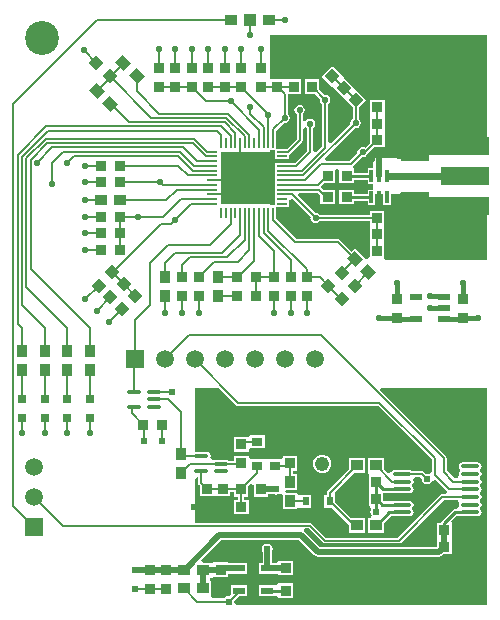
<source format=gtl>
G04 Layer_Physical_Order=1*
G04 Layer_Color=255*
%FSLAX25Y25*%
%MOIN*%
G70*
G01*
G75*
%ADD10R,0.03543X0.03740*%
%ADD11R,0.03740X0.03543*%
%ADD12R,0.03937X0.03740*%
%ADD13R,0.03583X0.03780*%
%ADD14R,0.03740X0.03937*%
%ADD15R,0.04331X0.02362*%
%ADD16O,0.05118X0.01378*%
%ADD17O,0.06299X0.01378*%
%ADD18R,0.03543X0.03150*%
%ADD19R,0.15984X0.05984*%
%ADD20R,0.00787X0.03543*%
%ADD21R,0.17323X0.17323*%
%ADD22R,0.03543X0.00787*%
G04:AMPARAMS|DCode=23|XSize=35.43mil|YSize=37.4mil|CornerRadius=0mil|HoleSize=0mil|Usage=FLASHONLY|Rotation=315.000|XOffset=0mil|YOffset=0mil|HoleType=Round|Shape=Rectangle|*
%AMROTATEDRECTD23*
4,1,4,-0.02575,-0.00070,0.00070,0.02575,0.02575,0.00070,-0.00070,-0.02575,-0.02575,-0.00070,0.0*
%
%ADD23ROTATEDRECTD23*%

G04:AMPARAMS|DCode=24|XSize=35.43mil|YSize=37.4mil|CornerRadius=0mil|HoleSize=0mil|Usage=FLASHONLY|Rotation=45.000|XOffset=0mil|YOffset=0mil|HoleType=Round|Shape=Rectangle|*
%AMROTATEDRECTD24*
4,1,4,0.00070,-0.02575,-0.02575,0.00070,-0.00070,0.02575,0.02575,-0.00070,0.00070,-0.02575,0.0*
%
%ADD24ROTATEDRECTD24*%

%ADD25R,0.01378X0.03937*%
%ADD26R,0.03150X0.03150*%
G04:AMPARAMS|DCode=27|XSize=37.4mil|YSize=39.37mil|CornerRadius=0mil|HoleSize=0mil|Usage=FLASHONLY|Rotation=225.000|XOffset=0mil|YOffset=0mil|HoleType=Round|Shape=Rectangle|*
%AMROTATEDRECTD27*
4,1,4,-0.00070,0.02714,0.02714,-0.00070,0.00070,-0.02714,-0.02714,0.00070,-0.00070,0.02714,0.0*
%
%ADD27ROTATEDRECTD27*%

%ADD28R,0.02362X0.02559*%
%ADD29R,0.02461X0.03150*%
%ADD30R,0.03937X0.03937*%
%ADD31C,0.00800*%
%ADD32C,0.01500*%
%ADD33C,0.01000*%
%ADD34C,0.02000*%
%ADD35C,0.01799*%
%ADD36C,0.00600*%
%ADD37C,0.02284*%
%ADD38R,0.02000X0.07000*%
%ADD39C,0.05905*%
%ADD40R,0.05905X0.05905*%
%ADD41R,0.05905X0.05905*%
%ADD42C,0.04803*%
%ADD43C,0.11300*%
%ADD44C,0.02200*%
%ADD45C,0.02400*%
%ADD46C,0.03800*%
%ADD47C,0.02362*%
%ADD48C,0.01575*%
G36*
X170000Y45000D02*
X86253D01*
X85589Y46000D01*
X85634Y46231D01*
X85585Y46481D01*
X87196Y48093D01*
X90092D01*
Y51655D01*
X84561D01*
Y48859D01*
X83799Y48066D01*
X83097Y47927D01*
X82502Y47529D01*
X82316Y47251D01*
X78144D01*
X77925Y48160D01*
X77925D01*
Y53100D01*
X77636D01*
X77556Y54100D01*
X77925Y54160D01*
X78836Y54310D01*
Y54310D01*
X83579D01*
Y55531D01*
X84561Y55573D01*
Y55573D01*
X90092D01*
Y59136D01*
X84561D01*
Y59136D01*
X83579Y59179D01*
Y59250D01*
X78864D01*
X78836Y59250D01*
X78836Y59250D01*
X77925Y59100D01*
Y59100D01*
X75142D01*
X74759Y60024D01*
X81386Y66651D01*
X107371D01*
X110607Y63415D01*
X110665Y63328D01*
X112318Y61675D01*
X112847Y61322D01*
X113472Y61197D01*
X113472Y61197D01*
X153836D01*
X154460Y61322D01*
X154989Y61675D01*
X155424Y62110D01*
X158236D01*
Y66853D01*
X158236D01*
Y67610D01*
X158236D01*
Y72353D01*
X158236D01*
X157937Y73076D01*
X159733Y74872D01*
X161267D01*
X161405Y74779D01*
X161908Y74679D01*
X166830D01*
X167332Y74779D01*
X167759Y75064D01*
X168044Y75490D01*
X168144Y75993D01*
X168044Y76496D01*
X167759Y76923D01*
Y77623D01*
X168044Y78049D01*
X168144Y78552D01*
X168044Y79055D01*
X167759Y79482D01*
Y80182D01*
X168044Y80608D01*
X168144Y81111D01*
X168044Y81614D01*
X167759Y82041D01*
Y82741D01*
X168044Y83167D01*
X168144Y83670D01*
X168044Y84173D01*
X167759Y84600D01*
X167759Y85300D01*
X168044Y85726D01*
X168144Y86229D01*
X168044Y86732D01*
X167759Y87159D01*
X167759Y87859D01*
X168044Y88286D01*
X168144Y88788D01*
X168044Y89292D01*
X167759Y89718D01*
Y90418D01*
X168044Y90845D01*
X168144Y91348D01*
X168044Y91851D01*
X167759Y92277D01*
X167332Y92562D01*
X166830Y92662D01*
X161908D01*
X161405Y92562D01*
X160979Y92277D01*
X160694Y91851D01*
X160594Y91348D01*
X160694Y90845D01*
X160979Y90418D01*
Y89718D01*
X160694Y89292D01*
X160594Y88788D01*
X160694Y88286D01*
X160719Y88249D01*
X160229Y87249D01*
X159193D01*
X156520Y89922D01*
Y94000D01*
X156442Y94390D01*
X156221Y94721D01*
X134366Y116576D01*
X134748Y117500D01*
X170000D01*
Y45000D01*
D02*
G37*
G36*
X160414Y80115D02*
X160787Y79194D01*
X160694Y79055D01*
X160594Y78552D01*
X160681Y78115D01*
X160679Y78025D01*
X160116Y77115D01*
X159269D01*
X158839Y77029D01*
X158476Y76786D01*
X158476Y76786D01*
X154865Y73175D01*
X154621Y72811D01*
X154536Y72382D01*
X153588Y72353D01*
X153296D01*
Y67610D01*
X153296D01*
Y66853D01*
X153296D01*
Y64596D01*
X153160Y64460D01*
X114147D01*
X113030Y65577D01*
X112972Y65664D01*
X109200Y69436D01*
X108981Y69582D01*
X109284Y70582D01*
X110620D01*
X115351Y65851D01*
X115649Y65652D01*
X116000Y65582D01*
X140500D01*
X140851Y65652D01*
X141149Y65851D01*
X155491Y80194D01*
X160344D01*
X160414Y80115D01*
D02*
G37*
G36*
X86279Y111779D02*
X86610Y111558D01*
X87000Y111480D01*
X133578D01*
X151480Y93578D01*
Y89507D01*
X151203Y89264D01*
X150480Y88868D01*
X150000Y88964D01*
X149672Y88899D01*
X149061Y89509D01*
X148730Y89731D01*
X148340Y89808D01*
X144986D01*
X144695Y90003D01*
X144192Y90103D01*
X139270D01*
X138768Y90003D01*
X138341Y89718D01*
X138094Y89348D01*
X138027Y89285D01*
X136987Y89041D01*
X135526Y90502D01*
Y94099D01*
X130389D01*
Y89277D01*
X130389Y89159D01*
X130389D01*
X130470Y88311D01*
X130470D01*
Y83568D01*
X130470D01*
X130470Y82811D01*
X130470D01*
Y78068D01*
X130914D01*
X131392Y77068D01*
X131245Y76849D01*
X131105Y76146D01*
X131245Y75444D01*
X131486Y75083D01*
X131196Y74278D01*
X131043Y74083D01*
X130358D01*
Y69143D01*
X135495D01*
Y72538D01*
X137829Y74872D01*
X138629D01*
X138768Y74779D01*
X139270Y74679D01*
X144192D01*
X144695Y74779D01*
X145121Y75064D01*
X145406Y75490D01*
X145506Y75993D01*
X145406Y76496D01*
X145121Y76923D01*
Y77623D01*
X145406Y78049D01*
X145506Y78552D01*
X145406Y79055D01*
X145121Y79482D01*
X144695Y79766D01*
X144192Y79866D01*
X139270D01*
X138768Y79766D01*
X138629Y79674D01*
X135522D01*
X135411Y79786D01*
Y82549D01*
X138629D01*
X138768Y82456D01*
X139270Y82356D01*
X144192D01*
X144695Y82456D01*
X145121Y82741D01*
X145406Y83167D01*
X145506Y83670D01*
X145406Y84173D01*
X145121Y84600D01*
Y85300D01*
X145406Y85726D01*
X145506Y86229D01*
X145406Y86732D01*
X145381Y86769D01*
X145871Y87769D01*
X147327D01*
X148165Y87129D01*
X148304Y86426D01*
X148702Y85831D01*
X149298Y85433D01*
X150000Y85294D01*
X150702Y85433D01*
X151298Y85831D01*
X151696Y86426D01*
X151699Y86445D01*
X152784Y86774D01*
X156529Y83029D01*
X156491Y82694D01*
X156186Y82029D01*
X155111D01*
X154760Y81959D01*
X154463Y81760D01*
X140120Y67418D01*
X116380D01*
X111649Y72149D01*
X111351Y72348D01*
X111000Y72418D01*
X72500D01*
Y87215D01*
X73500Y87999D01*
X73675Y87956D01*
Y85906D01*
X73752Y85515D01*
X73973Y85185D01*
X74179Y84979D01*
Y81355D01*
X78922D01*
Y81355D01*
X79679Y81355D01*
Y81355D01*
X84422D01*
Y82860D01*
X85505D01*
Y81150D01*
X87054D01*
Y80060D01*
X85603D01*
Y75317D01*
X90543D01*
Y80060D01*
X89093D01*
Y81150D01*
X90288D01*
Y84589D01*
X91158Y85460D01*
X92158Y85046D01*
Y81150D01*
X96941D01*
Y82008D01*
X98950D01*
X99046Y81944D01*
X99748Y81804D01*
X100451Y81944D01*
X100988Y82149D01*
X101579Y81948D01*
X101836Y81758D01*
X101836Y81479D01*
Y77159D01*
X106776D01*
Y77330D01*
X107684Y77553D01*
Y77553D01*
X111344D01*
Y81902D01*
X107684D01*
Y81902D01*
X106776Y82125D01*
Y82296D01*
X102841D01*
X102481Y82912D01*
X102956Y83458D01*
X106776D01*
Y88595D01*
X105428D01*
Y89825D01*
X106677D01*
Y94765D01*
X101934D01*
Y94418D01*
X101532Y93584D01*
X96823D01*
X96788Y93584D01*
X95823D01*
X95788Y93584D01*
X91080D01*
X90484Y94338D01*
Y94765D01*
X85741D01*
Y93217D01*
X84051D01*
X83760Y93412D01*
X83257Y93512D01*
X79517D01*
X79014Y93412D01*
X78487Y93558D01*
X77778Y94254D01*
X77878Y94757D01*
X77778Y95260D01*
X77494Y95686D01*
X77067Y95971D01*
X76564Y96071D01*
X72824D01*
X72500Y96337D01*
Y117500D01*
X80558D01*
X86279Y111779D01*
D02*
G37*
G36*
X111158Y174400D02*
X111110Y174157D01*
X111242Y173494D01*
X111618Y172931D01*
X112180Y172555D01*
X112843Y172424D01*
X113506Y172555D01*
X114069Y172931D01*
X114206Y173137D01*
X130811D01*
Y171785D01*
X130811D01*
Y171028D01*
X130811D01*
Y166285D01*
X130811D01*
Y165529D01*
X130811D01*
Y161103D01*
X129971Y160400D01*
X129435Y160432D01*
X125926Y163940D01*
X124883Y162897D01*
X121058Y166721D01*
X120728Y166942D01*
X120337Y167020D01*
X106509D01*
X99681Y173847D01*
Y175886D01*
X99655Y176016D01*
Y177428D01*
X99655Y177845D01*
X100072Y177845D01*
X103986D01*
Y180158D01*
X104986Y180572D01*
X111158Y174400D01*
D02*
G37*
G36*
X170000Y194992D02*
X150508D01*
Y193230D01*
X141248D01*
Y194012D01*
X131870D01*
Y190612D01*
X130152D01*
Y189122D01*
X125620D01*
Y190372D01*
X125620D01*
X125329Y191251D01*
X125314Y191372D01*
X128257Y194315D01*
X128500Y194267D01*
X129163Y194399D01*
X129726Y194774D01*
X130056Y195269D01*
X130071Y195279D01*
X132421Y197628D01*
X135820D01*
Y202372D01*
X135820D01*
Y203128D01*
X135820D01*
Y207872D01*
X135820D01*
Y208628D01*
X135820D01*
Y213372D01*
X130880D01*
Y208628D01*
X130880D01*
Y207872D01*
X130880D01*
Y203128D01*
X130880D01*
Y202372D01*
X130880D01*
Y198972D01*
X129371Y197463D01*
X129163Y197601D01*
X128500Y197733D01*
X127837Y197601D01*
X127274Y197226D01*
X126899Y196663D01*
X126767Y196000D01*
X126815Y195757D01*
X124078Y193020D01*
X116242D01*
X115859Y193944D01*
X125916Y204000D01*
X126159Y203952D01*
X126822Y204083D01*
X127384Y204459D01*
X127760Y205022D01*
X127892Y205685D01*
X127760Y206348D01*
X127384Y206910D01*
X127178Y207048D01*
Y211146D01*
X129582Y213550D01*
X126228Y216904D01*
X126228D01*
X125693Y217439D01*
X122339Y220793D01*
X121804Y221328D01*
X118450Y224682D01*
X114957Y221189D01*
X118311Y217835D01*
X118846Y217300D01*
X122200Y213946D01*
X122200D01*
X122735Y213411D01*
X125139Y211007D01*
Y207048D01*
X124933Y206910D01*
X124557Y206348D01*
X124425Y205685D01*
X124474Y205442D01*
X117944Y198912D01*
X117020Y199294D01*
Y212137D01*
X117226Y212274D01*
X117601Y212837D01*
X117733Y213500D01*
X117601Y214163D01*
X117226Y214726D01*
X116663Y215101D01*
X116000Y215233D01*
X115757Y215185D01*
X113872Y217070D01*
Y220321D01*
X109128D01*
Y215380D01*
X112678D01*
X114315Y213743D01*
X114267Y213500D01*
X114399Y212837D01*
X114774Y212274D01*
X114980Y212137D01*
Y197929D01*
X112997Y195945D01*
X112020Y196382D01*
Y204137D01*
X112226Y204274D01*
X112601Y204837D01*
X112733Y205500D01*
X112601Y206163D01*
X112226Y206726D01*
X111663Y207101D01*
X111000Y207233D01*
X110337Y207101D01*
X109774Y206726D01*
X109520Y206344D01*
X108639Y206464D01*
X108520Y206511D01*
Y208637D01*
X108726Y208774D01*
X109101Y209337D01*
X109233Y210000D01*
X109101Y210663D01*
X108726Y211226D01*
X108163Y211601D01*
X107500Y211733D01*
X106837Y211601D01*
X106274Y211226D01*
X105899Y210663D01*
X105767Y210000D01*
X105899Y209337D01*
X106274Y208774D01*
X106480Y208637D01*
Y200422D01*
X103239Y197181D01*
X101614D01*
X101484Y197155D01*
X100072D01*
X99655Y197155D01*
X99655Y197572D01*
Y199870D01*
X99681Y200000D01*
Y203239D01*
X102257Y205815D01*
X102500Y205767D01*
X103163Y205899D01*
X103726Y206274D01*
X104101Y206837D01*
X104233Y207500D01*
X104101Y208163D01*
X103726Y208726D01*
X103520Y208863D01*
Y215350D01*
X103544Y215380D01*
X107872D01*
Y220321D01*
X103128D01*
Y220321D01*
X102372Y220321D01*
Y220321D01*
X97628D01*
X97500Y221267D01*
Y235000D01*
X170000D01*
Y194992D01*
D02*
G37*
G36*
X109980Y203855D02*
Y196422D01*
X106015Y192457D01*
X101614D01*
X101484Y192431D01*
X99243D01*
Y188868D01*
Y184144D01*
Y179420D01*
X99243Y178258D01*
X98826Y178258D01*
X97500D01*
Y196742D01*
X98826D01*
X99243Y196742D01*
X99243Y196326D01*
Y193593D01*
X103986D01*
Y195206D01*
X104052Y195219D01*
X104382Y195440D01*
X108221Y199279D01*
X108442Y199610D01*
X108520Y200000D01*
Y203854D01*
X109520Y204287D01*
X109980Y203855D01*
D02*
G37*
G36*
X120679Y190062D02*
Y185628D01*
X125620D01*
Y186878D01*
X130152D01*
Y185475D01*
X131870D01*
Y183525D01*
X130152D01*
Y182078D01*
X125620D01*
Y183328D01*
X120679D01*
Y178585D01*
X125620D01*
Y179835D01*
X130152D01*
Y178388D01*
X132730D01*
Y182075D01*
X135270D01*
Y178388D01*
X137848D01*
Y182075D01*
X141248D01*
Y182857D01*
X150508D01*
Y181008D01*
X170000D01*
Y160000D01*
X136270D01*
X135751Y160785D01*
Y165529D01*
X135751D01*
Y166285D01*
X135751D01*
Y171028D01*
X135751D01*
Y171785D01*
X135751D01*
Y176529D01*
X130811D01*
Y175176D01*
X114206D01*
X114069Y175382D01*
X113506Y175758D01*
X112843Y175890D01*
X112600Y175842D01*
X106822Y181620D01*
X107205Y182543D01*
X113428D01*
X114380Y181591D01*
Y178585D01*
X119320D01*
Y183328D01*
X115527D01*
X114571Y184284D01*
X114536Y184638D01*
X115527Y185628D01*
X119320D01*
Y190062D01*
X120000Y190486D01*
X120679Y190062D01*
D02*
G37*
%LPC*%
G36*
X105354Y52246D02*
X100414D01*
Y51962D01*
X99541Y51655D01*
Y51655D01*
X94010D01*
Y48093D01*
X99541D01*
Y48093D01*
X100414Y47787D01*
Y47503D01*
X105354D01*
Y52246D01*
D02*
G37*
G36*
X96748Y65464D02*
X96046Y65324D01*
X95451Y64926D01*
X95053Y64331D01*
X94913Y63629D01*
X95053Y62926D01*
X95144Y62790D01*
Y59136D01*
X94010D01*
Y55573D01*
X99541D01*
X99541Y55573D01*
Y55573D01*
X99541Y55573D01*
X100431Y55309D01*
Y54983D01*
X105372D01*
Y59726D01*
X100431D01*
Y59400D01*
X99541Y59136D01*
X99541Y59136D01*
Y59136D01*
X99541Y59136D01*
X98407D01*
Y62871D01*
X98444Y62926D01*
X98584Y63629D01*
X98444Y64331D01*
X98046Y64926D01*
X97451Y65324D01*
X96748Y65464D01*
D02*
G37*
G36*
X91080Y101655D02*
X90484Y101065D01*
X85741D01*
Y96124D01*
X90484D01*
Y96552D01*
X91080Y97306D01*
X95823D01*
Y101655D01*
X91080D01*
Y101655D01*
D02*
G37*
G36*
X115000Y95156D02*
X114216Y95053D01*
X113486Y94751D01*
X112859Y94270D01*
X112378Y93642D01*
X112076Y92912D01*
X111972Y92129D01*
X112076Y91345D01*
X112378Y90615D01*
X112859Y89988D01*
X113486Y89507D01*
X114216Y89204D01*
X115000Y89101D01*
X115784Y89204D01*
X116514Y89507D01*
X117141Y89988D01*
X117622Y90615D01*
X117924Y91345D01*
X118027Y92129D01*
X117924Y92912D01*
X117622Y93642D01*
X117141Y94270D01*
X116514Y94751D01*
X115784Y95053D01*
X115000Y95156D01*
D02*
G37*
G36*
X129226Y94099D02*
X124089D01*
Y90502D01*
X116779Y83192D01*
X116558Y82861D01*
X116480Y82471D01*
Y81902D01*
X115656D01*
Y77553D01*
X118120D01*
X124059Y71614D01*
Y69143D01*
X129196D01*
Y74083D01*
X124474D01*
X119316Y79240D01*
Y81902D01*
X119316D01*
X119357Y82886D01*
X125630Y89159D01*
X129226D01*
Y94099D01*
D02*
G37*
%LPD*%
D10*
X57471Y56764D02*
D03*
Y50465D02*
D03*
X63051Y56764D02*
D03*
X63051Y50465D02*
D03*
X81207Y56780D02*
D03*
X81207Y50481D02*
D03*
X76551Y83825D02*
D03*
Y77526D02*
D03*
X82051Y83825D02*
D03*
Y77526D02*
D03*
X88113Y92295D02*
D03*
Y98594D02*
D03*
X104306Y92295D02*
D03*
Y98594D02*
D03*
X111500Y224150D02*
D03*
Y217850D02*
D03*
X94500Y224150D02*
D03*
Y217850D02*
D03*
X100000Y224150D02*
D03*
Y217850D02*
D03*
X105500Y224150D02*
D03*
X105500Y217850D02*
D03*
X109989Y148062D02*
D03*
X109989Y154361D02*
D03*
X98989Y148062D02*
D03*
X98989Y154361D02*
D03*
X77000Y224150D02*
D03*
X77000Y217850D02*
D03*
X82500Y224150D02*
D03*
Y217850D02*
D03*
X88000Y224150D02*
D03*
Y217850D02*
D03*
X60500Y224150D02*
D03*
Y217850D02*
D03*
X66000Y224150D02*
D03*
X66000Y217850D02*
D03*
X71500Y224150D02*
D03*
Y217850D02*
D03*
X104489Y148062D02*
D03*
X104489Y154361D02*
D03*
X73848Y148091D02*
D03*
Y154390D02*
D03*
X68348Y148091D02*
D03*
Y154390D02*
D03*
X140000Y147150D02*
D03*
Y140850D02*
D03*
X162000Y147150D02*
D03*
Y140850D02*
D03*
D11*
X102901Y57355D02*
D03*
X109201D02*
D03*
X88073Y77688D02*
D03*
X94372Y77688D02*
D03*
X102884Y49874D02*
D03*
X109183D02*
D03*
X55430Y105199D02*
D03*
X61729Y105199D02*
D03*
X155766Y64482D02*
D03*
X162065D02*
D03*
X155766Y69982D02*
D03*
X162065D02*
D03*
X132940Y85940D02*
D03*
X126641Y85940D02*
D03*
X132940Y80440D02*
D03*
X126641D02*
D03*
X123150Y188000D02*
D03*
X116850D02*
D03*
X139650Y211000D02*
D03*
X133350D02*
D03*
X139650Y205500D02*
D03*
X133350D02*
D03*
X139650Y200000D02*
D03*
X133350D02*
D03*
X139580Y174157D02*
D03*
X133281Y174157D02*
D03*
X139580Y168657D02*
D03*
X133281D02*
D03*
X139580Y163157D02*
D03*
X133281Y163157D02*
D03*
X123150Y180957D02*
D03*
X116850D02*
D03*
X86581Y148091D02*
D03*
X92880D02*
D03*
X92880Y154240D02*
D03*
X86581D02*
D03*
X41350Y163437D02*
D03*
X47650D02*
D03*
X41350Y168937D02*
D03*
X47650D02*
D03*
X41350Y174437D02*
D03*
X47650D02*
D03*
X41350Y191437D02*
D03*
X47650D02*
D03*
X41350Y185937D02*
D03*
X47650D02*
D03*
D12*
X75357Y56630D02*
D03*
X69058D02*
D03*
X75357Y50630D02*
D03*
X69058D02*
D03*
X126628Y71613D02*
D03*
X132927Y71613D02*
D03*
X126658Y91629D02*
D03*
X132957D02*
D03*
X41350Y180120D02*
D03*
X47650D02*
D03*
X84701Y240000D02*
D03*
X97299Y240000D02*
D03*
D13*
X94550Y83640D02*
D03*
X87896Y83640D02*
D03*
D14*
X67874Y95347D02*
D03*
Y89048D02*
D03*
X104306Y86027D02*
D03*
X104306Y79728D02*
D03*
X62497Y154390D02*
D03*
Y148091D02*
D03*
X80348Y154390D02*
D03*
Y148091D02*
D03*
X15000Y123350D02*
D03*
Y129650D02*
D03*
X22500Y123350D02*
D03*
Y129650D02*
D03*
X30000Y123350D02*
D03*
Y129650D02*
D03*
X37500Y123350D02*
D03*
Y129650D02*
D03*
D15*
X96776Y57355D02*
D03*
Y49874D02*
D03*
X87327D02*
D03*
X87327Y53614D02*
D03*
X87327Y57355D02*
D03*
X155724Y140260D02*
D03*
X155724Y144000D02*
D03*
X155724Y147740D02*
D03*
X146276Y147740D02*
D03*
Y140260D02*
D03*
D16*
X81387Y89639D02*
D03*
Y92198D02*
D03*
Y94757D02*
D03*
X74694Y89639D02*
D03*
X74694Y94757D02*
D03*
X58926Y111070D02*
D03*
Y113629D02*
D03*
Y116188D02*
D03*
X52233Y111070D02*
D03*
X52233Y116188D02*
D03*
D17*
X141731Y91348D02*
D03*
X141731Y88788D02*
D03*
Y86229D02*
D03*
Y83670D02*
D03*
X141731Y81111D02*
D03*
Y78552D02*
D03*
Y75993D02*
D03*
X164369Y91348D02*
D03*
Y88788D02*
D03*
X164369Y86229D02*
D03*
X164369Y83670D02*
D03*
Y81111D02*
D03*
Y78552D02*
D03*
Y75993D02*
D03*
D18*
X99160Y91409D02*
D03*
Y99480D02*
D03*
X93451D02*
D03*
Y91409D02*
D03*
D19*
X162500Y198000D02*
D03*
Y178000D02*
D03*
Y188000D02*
D03*
D20*
X81339Y175886D02*
D03*
X84488D02*
D03*
X87638D02*
D03*
X90787D02*
D03*
X93937D02*
D03*
X97087D02*
D03*
X98661D02*
D03*
X95512D02*
D03*
X92362D02*
D03*
X89213D02*
D03*
X86063D02*
D03*
X82913D02*
D03*
X97087Y199114D02*
D03*
X93937D02*
D03*
X90787D02*
D03*
X87638D02*
D03*
X84488D02*
D03*
X81339D02*
D03*
X82913D02*
D03*
X86063D02*
D03*
X89213D02*
D03*
X92362D02*
D03*
X95512D02*
D03*
X98661D02*
D03*
D21*
X90000Y187500D02*
D03*
D22*
X101614Y180413D02*
D03*
Y183563D02*
D03*
Y186713D02*
D03*
Y189862D02*
D03*
Y193012D02*
D03*
Y196161D02*
D03*
Y194587D02*
D03*
Y191437D02*
D03*
Y188287D02*
D03*
Y185138D02*
D03*
Y181988D02*
D03*
Y178839D02*
D03*
X78386Y194587D02*
D03*
Y191437D02*
D03*
Y188287D02*
D03*
Y185138D02*
D03*
Y181988D02*
D03*
Y178839D02*
D03*
Y180413D02*
D03*
Y183563D02*
D03*
Y186713D02*
D03*
Y189862D02*
D03*
Y193012D02*
D03*
Y196161D02*
D03*
D23*
X122835Y225713D02*
D03*
X118380Y221259D02*
D03*
X126724Y221824D02*
D03*
X122269Y217370D02*
D03*
X130613Y217935D02*
D03*
X126159Y213480D02*
D03*
X121506Y155887D02*
D03*
X117051Y151433D02*
D03*
X125960D02*
D03*
X121506Y146979D02*
D03*
X44949Y155942D02*
D03*
X40495Y151488D02*
D03*
X48838Y152053D02*
D03*
X44384Y147599D02*
D03*
X52727Y148164D02*
D03*
X48273Y143710D02*
D03*
D24*
X39773Y225727D02*
D03*
X44227Y221273D02*
D03*
D25*
X136559Y180957D02*
D03*
X134000D02*
D03*
X131441D02*
D03*
Y188043D02*
D03*
X134000D02*
D03*
X136559D02*
D03*
D26*
X15000Y107350D02*
D03*
Y113650D02*
D03*
X22500Y107350D02*
D03*
Y113650D02*
D03*
X30000Y107350D02*
D03*
Y113650D02*
D03*
X37500Y107350D02*
D03*
Y113650D02*
D03*
D27*
X39884Y216545D02*
D03*
X44338Y212091D02*
D03*
X48773Y225727D02*
D03*
X53227Y221273D02*
D03*
X125996Y160378D02*
D03*
X130450Y155923D02*
D03*
D28*
X113500Y82188D02*
D03*
Y77267D02*
D03*
D29*
X117486Y79728D02*
D03*
X109514D02*
D03*
D30*
X91000Y240000D02*
D03*
D31*
X76438Y212913D02*
X84488D01*
X71500Y217850D02*
X76438Y212913D01*
X130613Y217935D02*
X135000Y222322D01*
X126824Y221824D02*
X131000Y226000D01*
X126724Y221824D02*
X126824D01*
X122835Y225713D02*
X127000Y229878D01*
X139650Y200000D02*
X145500D01*
X139650Y205500D02*
X145500D01*
X139650Y211000D02*
X145500D01*
X145500Y163157D02*
X145500Y163157D01*
X139580Y163157D02*
X145500D01*
X139580Y168657D02*
X145500D01*
X139580Y174157D02*
X145500D01*
X109989Y142390D02*
X110000Y142400D01*
X104489Y142390D02*
X104500Y142400D01*
X98989Y142390D02*
X98989Y142390D01*
Y148062D01*
X62497Y154390D02*
Y158997D01*
Y154361D02*
Y154390D01*
Y158997D02*
X65900Y162400D01*
X81657D01*
X112843Y174157D02*
X133281D01*
Y168657D02*
Y173602D01*
Y163157D02*
Y168657D01*
X130450Y155923D02*
Y156000D01*
X125960Y151433D02*
X130450Y155923D01*
X121428Y147056D02*
X121500D01*
X117051Y151433D02*
X121428Y147056D01*
X114127Y154361D02*
X117000Y151488D01*
X109989Y154361D02*
X114127D01*
X125960Y160378D02*
X125996D01*
X125935D02*
X125960D01*
X121500Y155942D02*
X125935Y160378D01*
X120337Y166000D02*
X125960Y160378D01*
X106087Y166000D02*
X120337D01*
X98661Y173425D02*
X106087Y166000D01*
X98661Y173425D02*
Y175886D01*
X109989Y154361D02*
Y156948D01*
X97087Y169850D02*
X109989Y156948D01*
X97087Y169850D02*
Y175886D01*
X98989Y154361D02*
Y163011D01*
X93937Y175886D02*
Y176000D01*
X92880Y148091D02*
Y153980D01*
X79107Y159500D02*
X87000D01*
X90787Y163287D01*
X68348Y155000D02*
Y158267D01*
X71080Y161000D01*
X83348D01*
X89213Y166865D01*
X57500Y159000D02*
X63500Y165000D01*
X77500D01*
X44081Y139500D02*
Y139518D01*
X48273Y143710D01*
X39920Y143000D02*
Y143135D01*
X44384Y147599D01*
X36063Y147000D02*
Y147056D01*
X40495Y151488D01*
X36000Y163500D02*
X36063Y163437D01*
X41350D01*
X36000Y168937D02*
X41350D01*
X36000Y174437D02*
X41350D01*
X36000Y180120D02*
X41350D01*
X36000Y185937D02*
X41350D01*
X36000Y191437D02*
X41350D01*
X66000Y173500D02*
X71339Y178839D01*
X64500Y172000D02*
X66000Y173500D01*
X71339Y178839D02*
X77500D01*
X61269Y172000D02*
X64500D01*
X45476Y155442D02*
X45711D01*
X45449D02*
X45476D01*
X45211Y155942D02*
X61269Y172000D01*
X48919Y152000D02*
X49273D01*
X52727Y148000D02*
Y148164D01*
X48838Y152053D02*
X52727Y148164D01*
X53500Y174437D02*
Y174500D01*
X67913Y180413D02*
X78000D01*
X61937Y174437D02*
X67913Y180413D01*
X47500Y174157D02*
X47650Y174007D01*
Y168937D02*
Y174007D01*
Y163437D02*
Y168787D01*
X61063Y185937D02*
X61862Y185138D01*
X61000Y186000D02*
X61063Y185937D01*
X61862Y185138D02*
X78386D01*
X66563Y183563D02*
X78386D01*
X63120Y180120D02*
X66563Y183563D01*
X47773Y180120D02*
X63120D01*
X67025Y191500D02*
X70238Y188287D01*
X126159Y213480D02*
X126159D01*
Y205685D02*
Y213480D01*
X122269Y217370D02*
X126159Y213480D01*
X118380Y221259D02*
X122139Y217500D01*
X111500Y224150D02*
Y230500D01*
X105500Y224150D02*
Y230500D01*
X100000Y224150D02*
Y230500D01*
X94500Y224150D02*
Y230500D01*
X88000Y224150D02*
Y230500D01*
X82500Y224150D02*
Y230500D01*
X77000Y230500D02*
X77000Y230500D01*
Y224150D02*
Y230500D01*
X71500Y224150D02*
Y230500D01*
X66000Y230500D02*
X66000Y230500D01*
Y224150D02*
Y230500D01*
X60500Y224150D02*
Y230500D01*
X67087Y194781D02*
X72006Y189862D01*
X67667Y196181D02*
X72409Y191439D01*
X35500Y230000D02*
X39773Y225727D01*
X22500Y102500D02*
Y107350D01*
X30000Y102500D02*
Y107350D01*
X37500Y102500D02*
Y107350D01*
X30000Y113500D02*
X30000Y113500D01*
X15000Y114000D02*
X15000Y114000D01*
X105500Y217850D02*
X105500Y217850D01*
X100000Y217850D02*
X105500D01*
X99350D02*
X99500Y218000D01*
X94500Y217850D02*
X99350D01*
X95512Y199114D02*
Y204371D01*
X97000Y208500D02*
Y208677D01*
X97087Y208764D01*
X88000Y217850D02*
X97087Y208764D01*
X82500Y217850D02*
X87650D01*
X77000D02*
X82500D01*
X60500D02*
X66000D01*
X60000D02*
X60500D01*
X66000D02*
X70100D01*
X44838Y211662D02*
X50519Y205981D01*
X78386Y186713D02*
X83988D01*
Y181988D02*
X84000Y182000D01*
X78386Y181988D02*
X83988D01*
X87500Y193500D02*
X87638Y193638D01*
Y199114D01*
X53227Y216273D02*
Y221000D01*
X44227Y221273D02*
X44546D01*
X44227Y220888D02*
Y221000D01*
X39884Y216545D02*
X44227Y220888D01*
X62497Y142390D02*
Y148091D01*
X113594Y185138D02*
X116500Y188043D01*
X68348Y142390D02*
Y148091D01*
X73848Y142390D02*
Y148091D01*
X86848D02*
X86997Y148240D01*
X80348Y148091D02*
X86581D01*
X86848D01*
X101500Y185138D02*
X101614D01*
X133350Y205500D02*
Y211000D01*
Y200000D02*
Y205500D01*
X96012Y193012D02*
X101614D01*
X96000Y193000D02*
X96012Y193012D01*
X101614Y196161D02*
X103661D01*
X109213Y186713D02*
X114500Y192000D01*
X129350Y196000D02*
X133350Y200000D01*
X128500Y196000D02*
X129350D01*
X114500Y192000D02*
X124500D01*
X128500Y196000D01*
X93937Y199114D02*
Y203464D01*
X61500Y99629D02*
Y104971D01*
X74694Y85906D02*
X76000Y84600D01*
X74694Y85906D02*
Y89639D01*
X51550Y110928D02*
X51613Y110865D01*
Y109016D02*
Y110865D01*
Y109016D02*
X55430Y105199D01*
X106278Y52780D02*
Y53498D01*
Y52780D02*
X109183Y49874D01*
X109000Y62194D02*
X109201Y61994D01*
Y57355D02*
Y61994D01*
X58926Y116188D02*
X65059D01*
X84341Y53614D02*
X87219D01*
X81207Y50481D02*
X84341Y53614D01*
X92120Y53629D02*
X92134Y53614D01*
X69058Y50630D02*
X73457Y46231D01*
X57471Y50465D02*
X62835D01*
X52731D02*
X57471D01*
X162065Y64547D02*
Y69982D01*
Y64482D02*
X167500D01*
X82510Y77526D02*
X82564Y77580D01*
X76551Y83825D02*
X81912D01*
X81966Y83879D01*
X87207D02*
X87261Y83825D01*
X55579Y99629D02*
Y105043D01*
X61500Y104971D02*
X61729Y105199D01*
X67874Y89048D02*
X70955Y92129D01*
X81520Y92198D02*
X87569D01*
X89007Y99480D02*
X93451D01*
X99197D02*
X103307D01*
X104306Y92295D02*
X104408Y92193D01*
X99160Y91409D02*
X103615D01*
X104408Y86042D02*
Y92193D01*
X104306Y79728D02*
X108700D01*
X87896Y83640D02*
X93316Y89060D01*
Y91348D01*
X88073Y77688D02*
Y83387D01*
X99748Y77688D02*
X99748Y77688D01*
X126641Y76163D02*
Y80440D01*
Y76163D02*
X126658Y76146D01*
X126641Y80440D02*
Y85391D01*
X141731Y81111D02*
X150000D01*
X83799Y46231D02*
X83892D01*
X73457D02*
X83799D01*
X141731Y91348D02*
X149976D01*
X150000Y91371D01*
X141731Y88788D02*
X148340D01*
X150000Y87129D01*
X132957Y91629D02*
X138356Y86229D01*
X141731D01*
X141788D01*
X125502Y71613D02*
X126628D01*
X117500Y82471D02*
X126658Y91629D01*
X117500Y79615D02*
X125502Y71613D01*
X68101Y94757D02*
X74694D01*
X67874Y95347D02*
Y109279D01*
X63496Y113658D02*
X67874Y109279D01*
X59000Y113658D02*
X63496D01*
X94568Y77688D02*
X99748D01*
X72619Y77526D02*
X76551D01*
X72272Y77873D02*
X72619Y77526D01*
X81387Y94757D02*
Y99416D01*
X81451Y99480D01*
X52500Y127000D02*
Y140000D01*
X57500Y145000D01*
Y159000D01*
X52233Y116188D02*
Y126733D01*
X52500Y127000D01*
X20000Y192500D02*
X25081Y197581D01*
X68580D01*
X28681Y196181D02*
X67667D01*
X30000Y192500D02*
X32281Y194781D01*
X67087D01*
X25000Y192500D02*
X28681Y196181D01*
X25000Y185500D02*
Y192500D01*
X15000Y107350D02*
Y107500D01*
X37500Y114150D02*
X37500Y123350D01*
Y123701D01*
X15000Y102500D02*
Y107350D01*
X76214Y194587D02*
X78386D01*
X23030Y204581D02*
X81193D01*
X53227Y216273D02*
X60719Y208781D01*
X83677D01*
X44227Y221273D02*
X58119Y207381D01*
X83097D01*
X50519Y205981D02*
X82517D01*
X76619Y196161D02*
X78386D01*
X70238Y188287D02*
X78386D01*
X72006Y189862D02*
X78386D01*
X72409Y191439D02*
X73150D01*
X73151Y191437D01*
X78386D01*
X68580Y197581D02*
X73150Y193012D01*
X78386D01*
X81339Y199114D02*
Y201661D01*
X79819Y203181D02*
X81339Y201661D01*
X23610Y203181D02*
X79819D01*
X17800Y157200D02*
Y193411D01*
Y157200D02*
X37500Y137500D01*
Y129650D02*
Y137500D01*
X71801Y199000D02*
X76214Y194587D01*
X17800Y193411D02*
X23389Y199000D01*
X71801D01*
X22909Y200500D02*
X72281D01*
X16400Y193991D02*
X22909Y200500D01*
X72281D02*
X76619Y196161D01*
X15000Y194571D02*
X23610Y203181D01*
X16400Y151100D02*
Y193991D01*
Y151100D02*
X30000Y137500D01*
Y129650D02*
Y137500D01*
X15000Y145000D02*
Y194571D01*
Y145000D02*
X22500Y137500D01*
Y129650D02*
Y137500D01*
X13600Y195151D02*
X23030Y204581D01*
X13600Y138900D02*
Y195151D01*
Y138900D02*
X15000Y137500D01*
Y129650D02*
Y137500D01*
X116000Y197506D02*
Y213500D01*
X108761Y188287D02*
X126159Y205685D01*
X108356Y189862D02*
X116000Y197506D01*
X93937Y168063D02*
X98989Y163011D01*
X77500Y165000D02*
X84488Y171988D01*
Y175886D01*
X81657Y162400D02*
X87638Y168381D01*
X84488Y212913D02*
X93937Y203464D01*
X97299Y240000D02*
X102500D01*
X102500Y240000D01*
X91000Y235000D02*
Y240000D01*
X91000Y240000D02*
X91000Y240000D01*
X40000Y240000D02*
X84701D01*
X91000Y208883D02*
X95512Y204371D01*
X91000Y208883D02*
Y211000D01*
X107500Y200000D02*
Y210000D01*
X103661Y196161D02*
X107500Y200000D01*
X111000Y196000D02*
Y205500D01*
X81193Y204581D02*
X84488Y201286D01*
Y199114D02*
Y201286D01*
X82517Y205981D02*
X86063Y202435D01*
Y199114D02*
Y202435D01*
X83677Y208781D02*
X90787Y201671D01*
Y199114D02*
Y201671D01*
X83097Y207381D02*
X89213Y201266D01*
Y200000D02*
Y201266D01*
X101614Y181988D02*
X105012D01*
X112843Y174157D01*
X102000Y183563D02*
X113850D01*
X101614Y185138D02*
X113594D01*
X101614Y186713D02*
X109213D01*
X101614Y191437D02*
X106437D01*
X111000Y196000D01*
X101614Y189862D02*
X108356D01*
X101614Y188287D02*
X108761D01*
X87638Y168381D02*
Y175886D01*
X89213Y166865D02*
Y175886D01*
X95512Y169075D02*
Y175886D01*
Y169075D02*
X104500Y160087D01*
X93937Y168063D02*
Y175886D01*
X92362Y159781D02*
Y175886D01*
X90787Y163287D02*
Y175886D01*
X100000Y217850D02*
X102500Y215350D01*
Y207500D02*
Y215350D01*
X98661Y200000D02*
Y203661D01*
X102500Y207500D01*
X106147Y98482D02*
X110000Y94629D01*
X155500Y89500D02*
X158771Y86229D01*
X164369D01*
X62500Y127000D02*
X70500Y135000D01*
X114500D01*
X72500Y127000D02*
X87000Y112500D01*
X114500Y135000D02*
X155500Y94000D01*
Y89500D02*
Y94000D01*
X87000Y112500D02*
X134000D01*
X152500Y94000D01*
Y88500D02*
Y94000D01*
Y88500D02*
X157330Y83670D01*
X164369D01*
X12000Y212000D02*
X40000Y240000D01*
X12000Y78000D02*
Y212000D01*
Y78000D02*
X19000Y71000D01*
X73848Y154240D02*
X79107Y159500D01*
X81451Y92129D02*
X81520Y92198D01*
X70955Y92129D02*
X81451D01*
X117500Y79615D02*
Y82471D01*
X86581Y154000D02*
X92362Y159781D01*
X80260Y154240D02*
X86581D01*
X80000Y154500D02*
X80260Y154240D01*
X113850Y183563D02*
X117000Y180413D01*
X22500Y114000D02*
Y123701D01*
X22000Y113500D02*
X22500Y114000D01*
X44546Y221273D02*
X49000Y225727D01*
X104500Y154240D02*
Y160087D01*
X37500Y114150D02*
X38000Y113650D01*
X83892Y46231D02*
X87536Y49874D01*
X111500Y218000D02*
X116000Y213500D01*
X47650Y186000D02*
X61000D01*
X15000Y114000D02*
Y123701D01*
X110000Y142400D02*
Y148500D01*
X104500Y142400D02*
Y148500D01*
X104306Y98482D02*
X106147D01*
X103307Y99480D02*
X104306Y98482D01*
X87327Y53614D02*
X92134D01*
X81387Y99416D02*
Y99516D01*
X77194Y77526D02*
X82510D01*
X76872Y77848D02*
X77194Y77526D01*
X92880Y154240D02*
X99000D01*
X92500Y154361D02*
X92880Y153980D01*
X30000Y113500D02*
Y123701D01*
X62835Y50465D02*
X63000Y50630D01*
X97087Y199289D02*
Y208764D01*
X45476Y155442D02*
X48919Y152000D01*
X47650Y191500D02*
X67025D01*
X93451Y91371D02*
X93489Y91409D01*
X81966Y83879D02*
X87207D01*
X44838Y211662D02*
Y212500D01*
X132923Y91629D02*
X132940Y91612D01*
X132742Y91629D02*
X132850Y91521D01*
X55426Y105196D02*
X55579Y105043D01*
X47500Y168937D02*
X47650Y168787D01*
Y174437D02*
X53500D01*
X61937D01*
X132883Y174000D02*
X133281Y173602D01*
D32*
X134000Y140850D02*
X140000Y140850D01*
X162000Y140850D02*
X167000D01*
X151000Y148000D02*
X155500D01*
X140000Y147150D02*
Y152500D01*
X162000Y147150D02*
Y152500D01*
X151000Y144000D02*
X155724D01*
X140740Y140260D02*
X146276D01*
X155724D02*
X161409D01*
X162000Y140850D01*
X140000Y141000D02*
X140740Y140260D01*
D33*
X123150Y188000D02*
X131228D01*
X123150Y180957D02*
X131441D01*
X137364Y75993D02*
X140231D01*
X96776Y49874D02*
X102884D01*
X159269Y75993D02*
X164369D01*
X155658Y72382D02*
X159269Y75993D01*
X135058Y78552D02*
X140231D01*
X135356Y83670D02*
X140231D01*
X133021Y86005D02*
X135356Y83670D01*
X133021Y86005D02*
Y86148D01*
X132940Y76146D02*
Y80440D01*
X133506Y72135D02*
X137364Y75993D01*
X132742Y72135D02*
X133506D01*
X133000Y86027D02*
X133021Y86005D01*
Y80589D02*
X135058Y78552D01*
X133021Y80589D02*
Y86005D01*
X155658Y69982D02*
Y72382D01*
D34*
X102884Y49874D02*
X103028D01*
X96776Y57355D02*
X102835D01*
X81629Y57355D02*
X87327D01*
X75357Y50630D02*
Y56433D01*
Y56630D02*
X80904D01*
X57471Y56764D02*
X62000D01*
X52635D02*
X57471D01*
X155766Y64759D02*
Y69982D01*
X69058Y56630D02*
X69192Y56764D01*
X80710Y68282D01*
X94550Y83640D02*
X99748D01*
X111819Y64482D02*
X113472Y62829D01*
X153836D01*
X155489Y64482D01*
X80710Y68282D02*
X108047D01*
X111819Y64511D01*
Y64482D02*
Y64511D01*
X96748Y63629D02*
X96776D01*
X155489Y64482D02*
X155766D01*
X155800D01*
X80904Y56630D02*
X81629Y57355D01*
X75087Y56703D02*
X75357Y56433D01*
X102835Y57355D02*
X103109Y57629D01*
X96776Y57355D02*
Y63629D01*
X63051Y56764D02*
X69192D01*
D35*
X149000Y198000D02*
X162500D01*
X149000Y178000D02*
X162500Y178000D01*
D36*
X155111Y81111D02*
X164369D01*
X140500Y66500D02*
X155111Y81111D01*
X116000Y66500D02*
X140500D01*
X111000Y71500D02*
X116000Y66500D01*
X28500Y71500D02*
X111000D01*
X19000Y81000D02*
X28500Y71500D01*
D37*
X137030Y188043D02*
X162457D01*
X162500Y188000D01*
D38*
X134000Y191000D02*
D03*
D39*
X112500Y127000D02*
D03*
X102500D02*
D03*
X92500D02*
D03*
X82500D02*
D03*
X62500D02*
D03*
X72500D02*
D03*
X19000Y91000D02*
D03*
Y81000D02*
D03*
D40*
X52500Y127000D02*
D03*
D41*
X19000Y71000D02*
D03*
D42*
X115000Y92129D02*
D03*
D43*
X21550Y234150D02*
D03*
D44*
X84488Y212913D02*
D03*
X134000Y140850D02*
D03*
X167000D02*
D03*
X151000Y148000D02*
D03*
X140000Y152500D02*
D03*
X162000D02*
D03*
X151000Y144000D02*
D03*
X135000Y222322D02*
D03*
X131000Y226000D02*
D03*
X127000Y229878D02*
D03*
X145500Y200000D02*
D03*
Y205500D02*
D03*
Y211000D02*
D03*
Y163157D02*
D03*
Y168657D02*
D03*
Y174157D02*
D03*
X109989Y142390D02*
D03*
X104489D02*
D03*
X98989Y142390D02*
D03*
X112843Y174157D02*
D03*
X44081Y139500D02*
D03*
X39920Y143000D02*
D03*
X36063Y147000D02*
D03*
X36000Y163500D02*
D03*
Y168937D02*
D03*
Y174437D02*
D03*
Y180120D02*
D03*
Y185937D02*
D03*
Y191437D02*
D03*
X66000Y173500D02*
D03*
X53500Y174500D02*
D03*
X61063Y185937D02*
D03*
X126159Y205685D02*
D03*
X116000Y213500D02*
D03*
X111500Y230500D02*
D03*
X105500D02*
D03*
X100000Y230500D02*
D03*
X94500D02*
D03*
X88000D02*
D03*
X82500D02*
D03*
X77000Y230500D02*
D03*
X71500D02*
D03*
X66000Y230500D02*
D03*
X60500D02*
D03*
X35500Y230000D02*
D03*
X15000Y102500D02*
D03*
X22500Y102500D02*
D03*
X30000Y102500D02*
D03*
X37500Y102500D02*
D03*
X97000Y208500D02*
D03*
X62497Y142390D02*
D03*
X68348D02*
D03*
X73848D02*
D03*
X128500Y196000D02*
D03*
X20000Y192500D02*
D03*
X30000D02*
D03*
X25000Y185500D02*
D03*
X102500Y240000D02*
D03*
X91000Y235000D02*
D03*
Y211000D02*
D03*
X107500Y210000D02*
D03*
X111000Y205500D02*
D03*
X102500Y207500D02*
D03*
X144788Y181382D02*
D03*
X141588D02*
D03*
X131585Y193627D02*
D03*
X134248Y195401D02*
D03*
X137439Y195635D02*
D03*
X140501Y194705D02*
D03*
X143701D02*
D03*
X146901D02*
D03*
X76050Y106150D02*
D03*
X78550Y111150D02*
D03*
X81050Y106150D02*
D03*
X86050D02*
D03*
X91050D02*
D03*
X96050D02*
D03*
X101050D02*
D03*
X106050D02*
D03*
X108550Y171150D02*
D03*
X106050Y176150D02*
D03*
X113550Y101150D02*
D03*
X111050Y106150D02*
D03*
X118550Y71150D02*
D03*
Y101150D02*
D03*
X116050Y106150D02*
D03*
X118550Y171150D02*
D03*
X123550Y51150D02*
D03*
X121050Y96150D02*
D03*
X123550Y101150D02*
D03*
X121050Y106150D02*
D03*
X123550Y171150D02*
D03*
X128550Y51150D02*
D03*
X126050Y56150D02*
D03*
X128550Y101150D02*
D03*
X126050Y106150D02*
D03*
Y166150D02*
D03*
X128550Y171150D02*
D03*
X133550Y51150D02*
D03*
X131050Y56150D02*
D03*
X133550Y101150D02*
D03*
X131050Y106150D02*
D03*
X133550Y231150D02*
D03*
X138550Y51150D02*
D03*
X136050Y56150D02*
D03*
X138550Y101150D02*
D03*
Y231150D02*
D03*
X143550Y51150D02*
D03*
X141050Y56150D02*
D03*
Y96150D02*
D03*
Y216150D02*
D03*
X143550Y221150D02*
D03*
X141050Y226150D02*
D03*
X143550Y231150D02*
D03*
X148550Y51150D02*
D03*
X146050Y56150D02*
D03*
Y66150D02*
D03*
X148550Y71150D02*
D03*
Y111150D02*
D03*
X146050Y216150D02*
D03*
X148550Y221150D02*
D03*
X146050Y226150D02*
D03*
X148550Y231150D02*
D03*
X153550Y51150D02*
D03*
X151050Y56150D02*
D03*
Y66150D02*
D03*
Y106150D02*
D03*
X153550Y111150D02*
D03*
X151050Y166150D02*
D03*
X153550Y171150D02*
D03*
X151050Y206150D02*
D03*
X153550Y211150D02*
D03*
X151050Y216150D02*
D03*
X153550Y221150D02*
D03*
X151050Y226150D02*
D03*
X153550Y231150D02*
D03*
X158550Y51150D02*
D03*
X156050Y56150D02*
D03*
Y76150D02*
D03*
X158550Y101150D02*
D03*
X156050Y106150D02*
D03*
X158550Y111150D02*
D03*
X156050Y166150D02*
D03*
X158550Y171150D02*
D03*
X156050Y206150D02*
D03*
X158550Y211150D02*
D03*
X156050Y216150D02*
D03*
X158550Y221150D02*
D03*
X156050Y226150D02*
D03*
X158550Y231150D02*
D03*
X163550Y51150D02*
D03*
X161050Y56150D02*
D03*
Y96150D02*
D03*
X163550Y101150D02*
D03*
X161050Y106150D02*
D03*
X163550Y111150D02*
D03*
X161050Y166150D02*
D03*
X163550Y171150D02*
D03*
X161050Y206150D02*
D03*
X163550Y211150D02*
D03*
X161050Y216150D02*
D03*
X163550Y221150D02*
D03*
X161050Y226150D02*
D03*
X163550Y231150D02*
D03*
X166050Y56150D02*
D03*
Y96150D02*
D03*
Y106150D02*
D03*
Y166150D02*
D03*
Y206150D02*
D03*
Y216150D02*
D03*
Y226150D02*
D03*
D45*
X106278Y53498D02*
D03*
X109000Y62194D02*
D03*
X65059Y116188D02*
D03*
X92120Y53629D02*
D03*
X52731Y50465D02*
D03*
X52635Y56764D02*
D03*
X167500Y64482D02*
D03*
X55579Y99629D02*
D03*
X61500D02*
D03*
X99748Y77688D02*
D03*
X99748Y83640D02*
D03*
X126658Y76146D02*
D03*
X83799Y46231D02*
D03*
X150000Y81111D02*
D03*
Y91371D02*
D03*
Y87129D02*
D03*
X96748Y63629D02*
D03*
X72272Y77873D02*
D03*
X81451Y99480D02*
D03*
X110000Y94629D02*
D03*
X132940Y76146D02*
D03*
D46*
X149000Y178000D02*
D03*
Y198000D02*
D03*
D47*
X90000Y187303D02*
D03*
Y192421D02*
D03*
X94724Y187303D02*
D03*
Y192028D02*
D03*
X90000Y182579D02*
D03*
X94724Y182579D02*
D03*
X85276Y187303D02*
D03*
Y192028D02*
D03*
Y182579D02*
D03*
D48*
X113500Y75200D02*
D03*
X113500Y79728D02*
D03*
Y84255D02*
D03*
M02*

</source>
